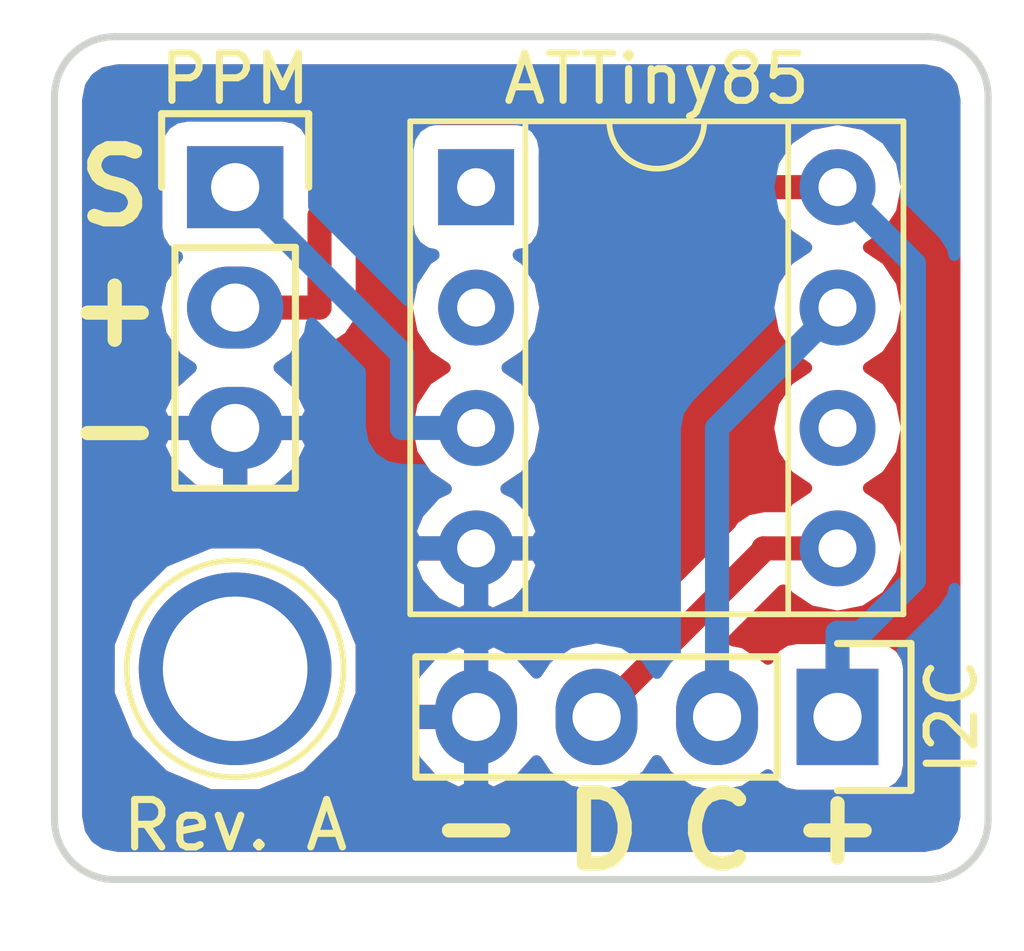
<source format=kicad_pcb>
(kicad_pcb (version 4) (host pcbnew 4.0.5)

  (general
    (links 7)
    (no_connects 0)
    (area 140.894999 98.984999 160.730001 116.915001)
    (thickness 1.6)
    (drawings 16)
    (tracks 24)
    (zones 0)
    (modules 4)
    (nets 9)
  )

  (page A4)
  (layers
    (0 F.Cu signal)
    (31 B.Cu signal)
    (33 F.Adhes user)
    (34 B.Paste user)
    (35 F.Paste user)
    (36 B.SilkS user)
    (37 F.SilkS user)
    (38 B.Mask user)
    (39 F.Mask user)
    (40 Dwgs.User user)
    (41 Cmts.User user)
    (42 Eco1.User user)
    (43 Eco2.User user)
    (44 Edge.Cuts user)
    (45 Margin user)
    (47 F.CrtYd user)
    (49 F.Fab user)
  )

  (setup
    (last_trace_width 0.508)
    (trace_clearance 0.1524)
    (zone_clearance 0.508)
    (zone_45_only no)
    (trace_min 0.1524)
    (segment_width 0.2)
    (edge_width 0.15)
    (via_size 0.6858)
    (via_drill 0.3302)
    (via_min_size 0.6858)
    (via_min_drill 0.3302)
    (uvia_size 0.762)
    (uvia_drill 0.508)
    (uvias_allowed no)
    (uvia_min_size 0)
    (uvia_min_drill 0)
    (pcb_text_width 0.3)
    (pcb_text_size 1.5 1.5)
    (mod_edge_width 0.15)
    (mod_text_size 1 1)
    (mod_text_width 0.15)
    (pad_size 4.064 4.064)
    (pad_drill 3.048)
    (pad_to_mask_clearance 0.2)
    (aux_axis_origin 0 0)
    (visible_elements FFFFFF7F)
    (pcbplotparams
      (layerselection 0x00030_80000001)
      (usegerberextensions false)
      (excludeedgelayer true)
      (linewidth 0.100000)
      (plotframeref false)
      (viasonmask false)
      (mode 1)
      (useauxorigin false)
      (hpglpennumber 1)
      (hpglpenspeed 20)
      (hpglpendiameter 15)
      (hpglpenoverlay 2)
      (psnegative false)
      (psa4output false)
      (plotreference true)
      (plotvalue true)
      (plotinvisibletext false)
      (padsonsilk false)
      (subtractmaskfromsilk false)
      (outputformat 1)
      (mirror false)
      (drillshape 1)
      (scaleselection 1)
      (outputdirectory ""))
  )

  (net 0 "")
  (net 1 "Net-(IC1-Pad1)")
  (net 2 SD)
  (net 3 "Net-(IC1-Pad2)")
  (net 4 "Net-(IC1-Pad6)")
  (net 5 "Net-(IC1-Pad3)")
  (net 6 SCL)
  (net 7 GND)
  (net 8 VCC)

  (net_class Default "This is the default net class."
    (clearance 0.1524)
    (trace_width 0.508)
    (via_dia 0.6858)
    (via_drill 0.3302)
    (uvia_dia 0.762)
    (uvia_drill 0.508)
    (add_net GND)
    (add_net "Net-(IC1-Pad1)")
    (add_net "Net-(IC1-Pad2)")
    (add_net "Net-(IC1-Pad3)")
    (add_net "Net-(IC1-Pad6)")
    (add_net SCL)
    (add_net SD)
    (add_net VCC)
  )

  (module Housings_DIP:DIP-8_W7.62mm_Socket (layer F.Cu) (tedit 5A06519A) (tstamp 5A05D71D)
    (at 149.86 102.235)
    (descr "8-lead dip package, row spacing 7.62 mm (300 mils), Socket")
    (tags "DIL DIP PDIP 2.54mm 7.62mm 300mil Socket")
    (path /59D3AE8A)
    (fp_text reference ATTiny85 (at 3.81 -2.286) (layer F.SilkS)
      (effects (font (size 1 1) (thickness 0.15)))
    )
    (fp_text value ATTINY85-P (at 3.81 10.01) (layer F.Fab)
      (effects (font (size 1 1) (thickness 0.15)))
    )
    (fp_arc (start 3.81 -1.39) (end 2.81 -1.39) (angle -180) (layer F.SilkS) (width 0.12))
    (fp_line (start 1.635 -1.27) (end 6.985 -1.27) (layer F.Fab) (width 0.1))
    (fp_line (start 6.985 -1.27) (end 6.985 8.89) (layer F.Fab) (width 0.1))
    (fp_line (start 6.985 8.89) (end 0.635 8.89) (layer F.Fab) (width 0.1))
    (fp_line (start 0.635 8.89) (end 0.635 -0.27) (layer F.Fab) (width 0.1))
    (fp_line (start 0.635 -0.27) (end 1.635 -1.27) (layer F.Fab) (width 0.1))
    (fp_line (start -1.27 -1.27) (end -1.27 8.89) (layer F.Fab) (width 0.1))
    (fp_line (start -1.27 8.89) (end 8.89 8.89) (layer F.Fab) (width 0.1))
    (fp_line (start 8.89 8.89) (end 8.89 -1.27) (layer F.Fab) (width 0.1))
    (fp_line (start 8.89 -1.27) (end -1.27 -1.27) (layer F.Fab) (width 0.1))
    (fp_line (start 2.81 -1.39) (end 1.04 -1.39) (layer F.SilkS) (width 0.12))
    (fp_line (start 1.04 -1.39) (end 1.04 9.01) (layer F.SilkS) (width 0.12))
    (fp_line (start 1.04 9.01) (end 6.58 9.01) (layer F.SilkS) (width 0.12))
    (fp_line (start 6.58 9.01) (end 6.58 -1.39) (layer F.SilkS) (width 0.12))
    (fp_line (start 6.58 -1.39) (end 4.81 -1.39) (layer F.SilkS) (width 0.12))
    (fp_line (start -1.39 -1.39) (end -1.39 9.01) (layer F.SilkS) (width 0.12))
    (fp_line (start -1.39 9.01) (end 9.01 9.01) (layer F.SilkS) (width 0.12))
    (fp_line (start 9.01 9.01) (end 9.01 -1.39) (layer F.SilkS) (width 0.12))
    (fp_line (start 9.01 -1.39) (end -1.39 -1.39) (layer F.SilkS) (width 0.12))
    (fp_line (start -1.7 -1.7) (end -1.7 9.3) (layer F.CrtYd) (width 0.05))
    (fp_line (start -1.7 9.3) (end 9.3 9.3) (layer F.CrtYd) (width 0.05))
    (fp_line (start 9.3 9.3) (end 9.3 -1.7) (layer F.CrtYd) (width 0.05))
    (fp_line (start 9.3 -1.7) (end -1.7 -1.7) (layer F.CrtYd) (width 0.05))
    (pad 1 thru_hole rect (at 0 0) (size 1.6 1.6) (drill 0.8) (layers *.Cu *.Mask)
      (net 1 "Net-(IC1-Pad1)"))
    (pad 5 thru_hole oval (at 7.62 7.62) (size 1.6 1.6) (drill 0.8) (layers *.Cu *.Mask)
      (net 2 SD))
    (pad 2 thru_hole oval (at 0 2.54) (size 1.6 1.6) (drill 0.8) (layers *.Cu *.Mask)
      (net 3 "Net-(IC1-Pad2)"))
    (pad 6 thru_hole oval (at 7.62 5.08) (size 1.6 1.6) (drill 0.8) (layers *.Cu *.Mask)
      (net 4 "Net-(IC1-Pad6)"))
    (pad 3 thru_hole oval (at 0 5.08) (size 1.6 1.6) (drill 0.8) (layers *.Cu *.Mask)
      (net 5 "Net-(IC1-Pad3)"))
    (pad 7 thru_hole oval (at 7.62 2.54) (size 1.6 1.6) (drill 0.8) (layers *.Cu *.Mask)
      (net 6 SCL))
    (pad 4 thru_hole oval (at 0 7.62) (size 1.6 1.6) (drill 0.8) (layers *.Cu *.Mask)
      (net 7 GND))
    (pad 8 thru_hole oval (at 7.62 0) (size 1.6 1.6) (drill 0.8) (layers *.Cu *.Mask)
      (net 8 VCC))
    (model Housings_DIP.3dshapes/DIP-8_W7.62mm_Socket.wrl
      (at (xyz 0 0 0))
      (scale (xyz 1 1 1))
      (rotate (xyz 0 0 0))
    )
  )

  (module Pin_Headers:Pin_Header_Straight_1x03 (layer F.Cu) (tedit 5A06517D) (tstamp 5A05D724)
    (at 144.78 102.235)
    (descr "Through hole pin header")
    (tags "pin header")
    (path /59D3AEC6)
    (fp_text reference PPM (at 0 -2.286) (layer F.SilkS)
      (effects (font (size 1 1) (thickness 0.15)))
    )
    (fp_text value CONN_01X03 (at 0 -3.1) (layer F.Fab)
      (effects (font (size 1 1) (thickness 0.15)))
    )
    (fp_line (start -1.75 -1.75) (end -1.75 6.85) (layer F.CrtYd) (width 0.05))
    (fp_line (start 1.75 -1.75) (end 1.75 6.85) (layer F.CrtYd) (width 0.05))
    (fp_line (start -1.75 -1.75) (end 1.75 -1.75) (layer F.CrtYd) (width 0.05))
    (fp_line (start -1.75 6.85) (end 1.75 6.85) (layer F.CrtYd) (width 0.05))
    (fp_line (start -1.27 1.27) (end -1.27 6.35) (layer F.SilkS) (width 0.15))
    (fp_line (start -1.27 6.35) (end 1.27 6.35) (layer F.SilkS) (width 0.15))
    (fp_line (start 1.27 6.35) (end 1.27 1.27) (layer F.SilkS) (width 0.15))
    (fp_line (start 1.55 -1.55) (end 1.55 0) (layer F.SilkS) (width 0.15))
    (fp_line (start 1.27 1.27) (end -1.27 1.27) (layer F.SilkS) (width 0.15))
    (fp_line (start -1.55 0) (end -1.55 -1.55) (layer F.SilkS) (width 0.15))
    (fp_line (start -1.55 -1.55) (end 1.55 -1.55) (layer F.SilkS) (width 0.15))
    (pad 1 thru_hole rect (at 0 0) (size 2.032 1.7272) (drill 1.016) (layers *.Cu *.Mask)
      (net 5 "Net-(IC1-Pad3)"))
    (pad 2 thru_hole oval (at 0 2.54) (size 2.032 1.7272) (drill 1.016) (layers *.Cu *.Mask)
      (net 8 VCC))
    (pad 3 thru_hole oval (at 0 5.08) (size 2.032 1.7272) (drill 1.016) (layers *.Cu *.Mask)
      (net 7 GND))
    (model Pin_Headers.3dshapes/Pin_Header_Straight_1x03.wrl
      (at (xyz 0 -0.1 0))
      (scale (xyz 1 1 1))
      (rotate (xyz 0 0 90))
    )
  )

  (module Pin_Headers:Pin_Header_Straight_1x04 (layer F.Cu) (tedit 5A0611B6) (tstamp 5A05D72C)
    (at 157.48 113.411 270)
    (descr "Through hole pin header")
    (tags "pin header")
    (path /59D3AF09)
    (fp_text reference I2C (at 0 -2.413 270) (layer F.SilkS)
      (effects (font (size 1 1) (thickness 0.15)))
    )
    (fp_text value CONN_01X04 (at 0 -3.1 270) (layer F.Fab)
      (effects (font (size 1 1) (thickness 0.15)))
    )
    (fp_line (start -1.75 -1.75) (end -1.75 9.4) (layer F.CrtYd) (width 0.05))
    (fp_line (start 1.75 -1.75) (end 1.75 9.4) (layer F.CrtYd) (width 0.05))
    (fp_line (start -1.75 -1.75) (end 1.75 -1.75) (layer F.CrtYd) (width 0.05))
    (fp_line (start -1.75 9.4) (end 1.75 9.4) (layer F.CrtYd) (width 0.05))
    (fp_line (start -1.27 1.27) (end -1.27 8.89) (layer F.SilkS) (width 0.15))
    (fp_line (start 1.27 1.27) (end 1.27 8.89) (layer F.SilkS) (width 0.15))
    (fp_line (start 1.55 -1.55) (end 1.55 0) (layer F.SilkS) (width 0.15))
    (fp_line (start -1.27 8.89) (end 1.27 8.89) (layer F.SilkS) (width 0.15))
    (fp_line (start 1.27 1.27) (end -1.27 1.27) (layer F.SilkS) (width 0.15))
    (fp_line (start -1.55 0) (end -1.55 -1.55) (layer F.SilkS) (width 0.15))
    (fp_line (start -1.55 -1.55) (end 1.55 -1.55) (layer F.SilkS) (width 0.15))
    (pad 1 thru_hole rect (at 0 0 270) (size 2.032 1.7272) (drill 1.016) (layers *.Cu *.Mask)
      (net 8 VCC))
    (pad 2 thru_hole oval (at 0 2.54 270) (size 2.032 1.7272) (drill 1.016) (layers *.Cu *.Mask)
      (net 6 SCL))
    (pad 3 thru_hole oval (at 0 5.08 270) (size 2.032 1.7272) (drill 1.016) (layers *.Cu *.Mask)
      (net 2 SD))
    (pad 4 thru_hole oval (at 0 7.62 270) (size 2.032 1.7272) (drill 1.016) (layers *.Cu *.Mask)
      (net 7 GND))
    (model Pin_Headers.3dshapes/Pin_Header_Straight_1x04.wrl
      (at (xyz 0 -0.15 0))
      (scale (xyz 1 1 1))
      (rotate (xyz 0 0 90))
    )
  )

  (module Connectors:1pin (layer F.Cu) (tedit 5A0F1AF7) (tstamp 5A05D8C9)
    (at 144.78 112.395)
    (descr "module 1 pin (ou trou mecanique de percage)")
    (tags DEV)
    (fp_text reference " " (at 0 -3.048) (layer F.SilkS)
      (effects (font (size 1 1) (thickness 0.15)))
    )
    (fp_text value 1pin (at 0 3) (layer F.Fab)
      (effects (font (size 1 1) (thickness 0.15)))
    )
    (fp_circle (center 0 0) (end 2 0.8) (layer F.Fab) (width 0.1))
    (fp_circle (center 0 0) (end 2.6 0) (layer F.CrtYd) (width 0.05))
    (fp_circle (center 0 0) (end 0 -2.286) (layer F.SilkS) (width 0.12))
    (pad "" np_thru_hole circle (at 0 0) (size 4.064 4.064) (drill 3.048) (layers *.Cu *.Mask))
  )

  (gr_text "Rev. A" (at 144.78 115.697) (layer F.SilkS)
    (effects (font (size 1 1) (thickness 0.15)))
  )
  (gr_text C (at 154.94 115.824) (layer F.SilkS)
    (effects (font (size 1.5 1.5) (thickness 0.3)))
  )
  (gr_text D (at 152.527 115.824) (layer F.SilkS)
    (effects (font (size 1.5 1.5) (thickness 0.3)))
  )
  (gr_text + (at 157.48 115.697) (layer F.SilkS)
    (effects (font (size 1.5 1.5) (thickness 0.3)))
  )
  (gr_text - (at 149.86 115.697) (layer F.SilkS)
    (effects (font (size 1.5 1.5) (thickness 0.3)))
  )
  (gr_text S (at 142.24 102.235) (layer F.SilkS)
    (effects (font (size 1.5 1.5) (thickness 0.3)))
  )
  (gr_text + (at 142.24 104.775) (layer F.SilkS)
    (effects (font (size 1.5 1.5) (thickness 0.3)))
  )
  (gr_text - (at 142.24 107.315) (layer F.SilkS)
    (effects (font (size 1.5 1.5) (thickness 0.3)))
  )
  (gr_line (start 159.385 116.84) (end 142.24 116.84) (angle 90) (layer Edge.Cuts) (width 0.15))
  (gr_line (start 160.655 115.57) (end 160.655 100.33) (angle 90) (layer Edge.Cuts) (width 0.15))
  (gr_line (start 159.385 99.06) (end 142.24 99.06) (angle 90) (layer Edge.Cuts) (width 0.15))
  (gr_line (start 140.97 115.57) (end 140.97 100.33) (angle 90) (layer Edge.Cuts) (width 0.15))
  (gr_arc (start 142.24 100.33) (end 140.97 100.33) (angle 90) (layer Edge.Cuts) (width 0.15))
  (gr_arc (start 159.385 100.33) (end 159.385 99.06) (angle 90) (layer Edge.Cuts) (width 0.15))
  (gr_arc (start 142.24 115.57) (end 142.24 116.84) (angle 90) (layer Edge.Cuts) (width 0.15))
  (gr_arc (start 159.385 115.57) (end 160.655 115.57) (angle 90) (layer Edge.Cuts) (width 0.15))

  (segment (start 155.9177 109.8933) (end 155.9177 109.855) (width 0.508) (layer F.Cu) (net 2))
  (segment (start 152.4 113.411) (end 155.9177 109.8933) (width 0.508) (layer F.Cu) (net 2))
  (segment (start 157.48 109.855) (end 155.9177 109.855) (width 0.508) (layer F.Cu) (net 2))
  (segment (start 148.2977 105.7527) (end 148.2977 107.315) (width 0.508) (layer B.Cu) (net 5))
  (segment (start 144.78 102.235) (end 148.2977 105.7527) (width 0.508) (layer B.Cu) (net 5))
  (segment (start 149.86 107.315) (end 148.2977 107.315) (width 0.508) (layer B.Cu) (net 5))
  (segment (start 154.94 107.315) (end 157.48 104.775) (width 0.508) (layer B.Cu) (net 6))
  (segment (start 154.94 113.411) (end 154.94 107.315) (width 0.508) (layer B.Cu) (net 6))
  (segment (start 149.86 113.411) (end 149.86 109.855) (width 0.508) (layer B.Cu) (net 7))
  (segment (start 147.3836 108.9409) (end 148.2977 109.855) (width 0.508) (layer F.Cu) (net 7))
  (segment (start 144.78 108.9409) (end 147.3836 108.9409) (width 0.508) (layer F.Cu) (net 7))
  (segment (start 144.78 107.315) (end 144.78 108.9409) (width 0.508) (layer F.Cu) (net 7))
  (segment (start 149.86 109.855) (end 148.2977 109.855) (width 0.508) (layer F.Cu) (net 7))
  (segment (start 159.0921 103.8471) (end 157.48 102.235) (width 0.508) (layer B.Cu) (net 8))
  (segment (start 159.0921 110.5245) (end 159.0921 103.8471) (width 0.508) (layer B.Cu) (net 8))
  (segment (start 157.9839 111.6327) (end 159.0921 110.5245) (width 0.508) (layer B.Cu) (net 8))
  (segment (start 157.48 111.6327) (end 157.9839 111.6327) (width 0.508) (layer B.Cu) (net 8))
  (segment (start 157.48 113.411) (end 157.48 111.6327) (width 0.508) (layer B.Cu) (net 8))
  (segment (start 154.3553 100.6726) (end 155.9177 102.235) (width 0.508) (layer F.Cu) (net 8))
  (segment (start 148.7218 100.6726) (end 154.3553 100.6726) (width 0.508) (layer F.Cu) (net 8))
  (segment (start 146.5583 102.8361) (end 148.7218 100.6726) (width 0.508) (layer F.Cu) (net 8))
  (segment (start 146.5583 104.775) (end 146.5583 102.8361) (width 0.508) (layer F.Cu) (net 8))
  (segment (start 144.78 104.775) (end 146.5583 104.775) (width 0.508) (layer F.Cu) (net 8))
  (segment (start 157.48 102.235) (end 155.9177 102.235) (width 0.508) (layer F.Cu) (net 8))

  (zone (net 7) (net_name GND) (layer F.Cu) (tstamp 5A0F1A78) (hatch edge 0.508)
    (connect_pads (clearance 0.508))
    (min_thickness 0.254)
    (fill yes (arc_segments 16) (thermal_gap 0.508) (thermal_bridge_width 0.508))
    (polygon
      (pts
        (xy 160.782 116.967) (xy 140.843 116.967) (xy 140.843 99.06) (xy 160.782 99.06)
      )
    )
    (filled_polygon
      (pts
        (xy 159.593979 99.825478) (xy 159.771145 99.943856) (xy 159.889521 100.121019) (xy 159.945 100.399931) (xy 159.945 115.500069)
        (xy 159.889521 115.778981) (xy 159.771145 115.956144) (xy 159.593979 116.074522) (xy 159.31507 116.13) (xy 142.309931 116.13)
        (xy 142.031019 116.074521) (xy 141.853856 115.956145) (xy 141.735478 115.778979) (xy 141.68 115.50007) (xy 141.68 112.923172)
        (xy 142.112538 112.923172) (xy 142.517709 113.903761) (xy 143.267293 114.654655) (xy 144.247173 115.061536) (xy 145.308172 115.062462)
        (xy 146.288761 114.657291) (xy 147.039655 113.907707) (xy 147.095626 113.772913) (xy 148.374816 113.772913) (xy 148.568046 114.32532)
        (xy 148.957964 114.761732) (xy 149.485209 115.015709) (xy 149.500974 115.018358) (xy 149.733 114.897217) (xy 149.733 113.538)
        (xy 148.519076 113.538) (xy 148.374816 113.772913) (xy 147.095626 113.772913) (xy 147.396184 113.049087) (xy 148.374816 113.049087)
        (xy 148.519076 113.284) (xy 149.733 113.284) (xy 149.733 111.924783) (xy 149.500974 111.803642) (xy 149.485209 111.806291)
        (xy 148.957964 112.060268) (xy 148.568046 112.49668) (xy 148.374816 113.049087) (xy 147.396184 113.049087) (xy 147.446536 112.927827)
        (xy 147.447462 111.866828) (xy 147.042291 110.886239) (xy 146.361282 110.204039) (xy 148.468096 110.204039) (xy 148.628959 110.592423)
        (xy 149.004866 111.007389) (xy 149.510959 111.246914) (xy 149.733 111.125629) (xy 149.733 109.982) (xy 149.987 109.982)
        (xy 149.987 111.125629) (xy 150.209041 111.246914) (xy 150.715134 111.007389) (xy 151.091041 110.592423) (xy 151.251904 110.204039)
        (xy 151.129915 109.982) (xy 149.987 109.982) (xy 149.733 109.982) (xy 148.590085 109.982) (xy 148.468096 110.204039)
        (xy 146.361282 110.204039) (xy 146.292707 110.135345) (xy 145.312827 109.728464) (xy 144.251828 109.727538) (xy 143.271239 110.132709)
        (xy 142.520345 110.882293) (xy 142.113464 111.862173) (xy 142.112538 112.923172) (xy 141.68 112.923172) (xy 141.68 107.674026)
        (xy 143.172642 107.674026) (xy 143.175291 107.689791) (xy 143.429268 108.217036) (xy 143.86568 108.606954) (xy 144.418087 108.800184)
        (xy 144.653 108.655924) (xy 144.653 107.442) (xy 144.907 107.442) (xy 144.907 108.655924) (xy 145.141913 108.800184)
        (xy 145.69432 108.606954) (xy 146.130732 108.217036) (xy 146.384709 107.689791) (xy 146.387358 107.674026) (xy 146.266217 107.442)
        (xy 144.907 107.442) (xy 144.653 107.442) (xy 143.293783 107.442) (xy 143.172642 107.674026) (xy 141.68 107.674026)
        (xy 141.68 104.775) (xy 143.096655 104.775) (xy 143.210729 105.348489) (xy 143.535585 105.83467) (xy 143.845069 106.041461)
        (xy 143.429268 106.412964) (xy 143.175291 106.940209) (xy 143.172642 106.955974) (xy 143.293783 107.188) (xy 144.653 107.188)
        (xy 144.653 107.168) (xy 144.907 107.168) (xy 144.907 107.188) (xy 146.266217 107.188) (xy 146.387358 106.955974)
        (xy 146.384709 106.940209) (xy 146.130732 106.412964) (xy 145.714931 106.041461) (xy 146.024415 105.83467) (xy 146.138453 105.664)
        (xy 146.5583 105.664) (xy 146.898506 105.596329) (xy 147.186918 105.403618) (xy 147.379629 105.115206) (xy 147.4473 104.775)
        (xy 147.4473 103.204336) (xy 148.41256 102.239076) (xy 148.41256 103.035) (xy 148.456838 103.270317) (xy 148.59591 103.486441)
        (xy 148.80811 103.631431) (xy 148.963089 103.662815) (xy 148.817189 103.760302) (xy 148.50612 104.225849) (xy 148.396887 104.775)
        (xy 148.50612 105.324151) (xy 148.817189 105.789698) (xy 149.199275 106.045) (xy 148.817189 106.300302) (xy 148.50612 106.765849)
        (xy 148.396887 107.315) (xy 148.50612 107.864151) (xy 148.817189 108.329698) (xy 149.221703 108.599986) (xy 149.004866 108.702611)
        (xy 148.628959 109.117577) (xy 148.468096 109.505961) (xy 148.590085 109.728) (xy 149.733 109.728) (xy 149.733 109.708)
        (xy 149.987 109.708) (xy 149.987 109.728) (xy 151.129915 109.728) (xy 151.251904 109.505961) (xy 151.091041 109.117577)
        (xy 150.715134 108.702611) (xy 150.498297 108.599986) (xy 150.902811 108.329698) (xy 151.21388 107.864151) (xy 151.323113 107.315)
        (xy 151.21388 106.765849) (xy 150.902811 106.300302) (xy 150.520725 106.045) (xy 150.902811 105.789698) (xy 151.21388 105.324151)
        (xy 151.323113 104.775) (xy 151.21388 104.225849) (xy 150.902811 103.760302) (xy 150.758535 103.663899) (xy 150.895317 103.638162)
        (xy 151.111441 103.49909) (xy 151.256431 103.28689) (xy 151.30744 103.035) (xy 151.30744 101.5616) (xy 153.987064 101.5616)
        (xy 155.289082 102.863618) (xy 155.577494 103.056329) (xy 155.9177 103.124) (xy 156.3532 103.124) (xy 156.437189 103.249698)
        (xy 156.819275 103.505) (xy 156.437189 103.760302) (xy 156.12612 104.225849) (xy 156.016887 104.775) (xy 156.12612 105.324151)
        (xy 156.437189 105.789698) (xy 156.819275 106.045) (xy 156.437189 106.300302) (xy 156.12612 106.765849) (xy 156.016887 107.315)
        (xy 156.12612 107.864151) (xy 156.437189 108.329698) (xy 156.819275 108.585) (xy 156.437189 108.840302) (xy 156.3532 108.966)
        (xy 155.9177 108.966) (xy 155.577494 109.033671) (xy 155.289082 109.226382) (xy 155.211958 109.341806) (xy 152.755413 111.798351)
        (xy 152.4 111.727655) (xy 151.826511 111.841729) (xy 151.34033 112.166585) (xy 151.133539 112.476069) (xy 150.762036 112.060268)
        (xy 150.234791 111.806291) (xy 150.219026 111.803642) (xy 149.987 111.924783) (xy 149.987 113.284) (xy 150.007 113.284)
        (xy 150.007 113.538) (xy 149.987 113.538) (xy 149.987 114.897217) (xy 150.219026 115.018358) (xy 150.234791 115.015709)
        (xy 150.762036 114.761732) (xy 151.133539 114.345931) (xy 151.34033 114.655415) (xy 151.826511 114.980271) (xy 152.4 115.094345)
        (xy 152.973489 114.980271) (xy 153.45967 114.655415) (xy 153.67 114.340634) (xy 153.88033 114.655415) (xy 154.366511 114.980271)
        (xy 154.94 115.094345) (xy 155.513489 114.980271) (xy 155.99967 114.655415) (xy 156.009243 114.641087) (xy 156.013238 114.662317)
        (xy 156.15231 114.878441) (xy 156.36451 115.023431) (xy 156.6164 115.07444) (xy 158.3436 115.07444) (xy 158.578917 115.030162)
        (xy 158.795041 114.89109) (xy 158.940031 114.67889) (xy 158.99104 114.427) (xy 158.99104 112.395) (xy 158.946762 112.159683)
        (xy 158.80769 111.943559) (xy 158.59549 111.798569) (xy 158.3436 111.74756) (xy 156.6164 111.74756) (xy 156.381083 111.791838)
        (xy 156.164959 111.93091) (xy 156.019969 112.14311) (xy 156.0116 112.184439) (xy 155.99967 112.166585) (xy 155.513489 111.841729)
        (xy 155.27412 111.794116) (xy 156.324236 110.744) (xy 156.3532 110.744) (xy 156.437189 110.869698) (xy 156.902736 111.180767)
        (xy 157.451887 111.29) (xy 157.508113 111.29) (xy 158.057264 111.180767) (xy 158.522811 110.869698) (xy 158.83388 110.404151)
        (xy 158.943113 109.855) (xy 158.83388 109.305849) (xy 158.522811 108.840302) (xy 158.140725 108.585) (xy 158.522811 108.329698)
        (xy 158.83388 107.864151) (xy 158.943113 107.315) (xy 158.83388 106.765849) (xy 158.522811 106.300302) (xy 158.140725 106.045)
        (xy 158.522811 105.789698) (xy 158.83388 105.324151) (xy 158.943113 104.775) (xy 158.83388 104.225849) (xy 158.522811 103.760302)
        (xy 158.140725 103.505) (xy 158.522811 103.249698) (xy 158.83388 102.784151) (xy 158.943113 102.235) (xy 158.83388 101.685849)
        (xy 158.522811 101.220302) (xy 158.057264 100.909233) (xy 157.508113 100.8) (xy 157.451887 100.8) (xy 156.902736 100.909233)
        (xy 156.437189 101.220302) (xy 156.3532 101.346) (xy 156.285936 101.346) (xy 154.983918 100.043982) (xy 154.695506 99.851271)
        (xy 154.3553 99.7836) (xy 148.7218 99.7836) (xy 148.381594 99.851271) (xy 148.093182 100.043982) (xy 146.44344 101.693724)
        (xy 146.44344 101.3714) (xy 146.399162 101.136083) (xy 146.26009 100.919959) (xy 146.04789 100.774969) (xy 145.796 100.72396)
        (xy 143.764 100.72396) (xy 143.528683 100.768238) (xy 143.312559 100.90731) (xy 143.167569 101.11951) (xy 143.11656 101.3714)
        (xy 143.11656 103.0986) (xy 143.160838 103.333917) (xy 143.29991 103.550041) (xy 143.51211 103.695031) (xy 143.553439 103.7034)
        (xy 143.535585 103.71533) (xy 143.210729 104.201511) (xy 143.096655 104.775) (xy 141.68 104.775) (xy 141.68 100.39993)
        (xy 141.735478 100.121021) (xy 141.853856 99.943855) (xy 142.031019 99.825479) (xy 142.309931 99.77) (xy 159.31507 99.77)
      )
    )
  )
  (zone (net 7) (net_name GND) (layer B.Cu) (tstamp 5A0F1A78) (hatch edge 0.508)
    (connect_pads (clearance 0.508))
    (min_thickness 0.254)
    (fill yes (arc_segments 16) (thermal_gap 0.508) (thermal_bridge_width 0.508))
    (polygon
      (pts
        (xy 160.782 116.967) (xy 140.843 116.967) (xy 140.843 99.06) (xy 160.782 99.06)
      )
    )
    (filled_polygon
      (pts
        (xy 159.593979 99.825478) (xy 159.771145 99.943856) (xy 159.889521 100.121019) (xy 159.945 100.399931) (xy 159.945 103.665613)
        (xy 159.913429 103.506894) (xy 159.720718 103.218482) (xy 158.908956 102.40672) (xy 158.943113 102.235) (xy 158.83388 101.685849)
        (xy 158.522811 101.220302) (xy 158.057264 100.909233) (xy 157.508113 100.8) (xy 157.451887 100.8) (xy 156.902736 100.909233)
        (xy 156.437189 101.220302) (xy 156.12612 101.685849) (xy 156.016887 102.235) (xy 156.12612 102.784151) (xy 156.437189 103.249698)
        (xy 156.819275 103.505) (xy 156.437189 103.760302) (xy 156.12612 104.225849) (xy 156.016887 104.775) (xy 156.051044 104.94672)
        (xy 154.311382 106.686382) (xy 154.118671 106.974794) (xy 154.051 107.315) (xy 154.051 112.052547) (xy 153.88033 112.166585)
        (xy 153.67 112.481366) (xy 153.45967 112.166585) (xy 152.973489 111.841729) (xy 152.4 111.727655) (xy 151.826511 111.841729)
        (xy 151.34033 112.166585) (xy 151.133539 112.476069) (xy 150.762036 112.060268) (xy 150.234791 111.806291) (xy 150.219026 111.803642)
        (xy 149.987 111.924783) (xy 149.987 113.284) (xy 150.007 113.284) (xy 150.007 113.538) (xy 149.987 113.538)
        (xy 149.987 114.897217) (xy 150.219026 115.018358) (xy 150.234791 115.015709) (xy 150.762036 114.761732) (xy 151.133539 114.345931)
        (xy 151.34033 114.655415) (xy 151.826511 114.980271) (xy 152.4 115.094345) (xy 152.973489 114.980271) (xy 153.45967 114.655415)
        (xy 153.67 114.340634) (xy 153.88033 114.655415) (xy 154.366511 114.980271) (xy 154.94 115.094345) (xy 155.513489 114.980271)
        (xy 155.99967 114.655415) (xy 156.009243 114.641087) (xy 156.013238 114.662317) (xy 156.15231 114.878441) (xy 156.36451 115.023431)
        (xy 156.6164 115.07444) (xy 158.3436 115.07444) (xy 158.578917 115.030162) (xy 158.795041 114.89109) (xy 158.940031 114.67889)
        (xy 158.99104 114.427) (xy 158.99104 112.395) (xy 158.946762 112.159683) (xy 158.855687 112.018149) (xy 159.720718 111.153118)
        (xy 159.913429 110.864706) (xy 159.945 110.705987) (xy 159.945 115.500069) (xy 159.889521 115.778981) (xy 159.771145 115.956144)
        (xy 159.593979 116.074522) (xy 159.31507 116.13) (xy 142.309931 116.13) (xy 142.031019 116.074521) (xy 141.853856 115.956145)
        (xy 141.735478 115.778979) (xy 141.68 115.50007) (xy 141.68 112.923172) (xy 142.112538 112.923172) (xy 142.517709 113.903761)
        (xy 143.267293 114.654655) (xy 144.247173 115.061536) (xy 145.308172 115.062462) (xy 146.288761 114.657291) (xy 147.039655 113.907707)
        (xy 147.095626 113.772913) (xy 148.374816 113.772913) (xy 148.568046 114.32532) (xy 148.957964 114.761732) (xy 149.485209 115.015709)
        (xy 149.500974 115.018358) (xy 149.733 114.897217) (xy 149.733 113.538) (xy 148.519076 113.538) (xy 148.374816 113.772913)
        (xy 147.095626 113.772913) (xy 147.396184 113.049087) (xy 148.374816 113.049087) (xy 148.519076 113.284) (xy 149.733 113.284)
        (xy 149.733 111.924783) (xy 149.500974 111.803642) (xy 149.485209 111.806291) (xy 148.957964 112.060268) (xy 148.568046 112.49668)
        (xy 148.374816 113.049087) (xy 147.396184 113.049087) (xy 147.446536 112.927827) (xy 147.447462 111.866828) (xy 147.042291 110.886239)
        (xy 146.361282 110.204039) (xy 148.468096 110.204039) (xy 148.628959 110.592423) (xy 149.004866 111.007389) (xy 149.510959 111.246914)
        (xy 149.733 111.125629) (xy 149.733 109.982) (xy 149.987 109.982) (xy 149.987 111.125629) (xy 150.209041 111.246914)
        (xy 150.715134 111.007389) (xy 151.091041 110.592423) (xy 151.251904 110.204039) (xy 151.129915 109.982) (xy 149.987 109.982)
        (xy 149.733 109.982) (xy 148.590085 109.982) (xy 148.468096 110.204039) (xy 146.361282 110.204039) (xy 146.292707 110.135345)
        (xy 145.312827 109.728464) (xy 144.251828 109.727538) (xy 143.271239 110.132709) (xy 142.520345 110.882293) (xy 142.113464 111.862173)
        (xy 142.112538 112.923172) (xy 141.68 112.923172) (xy 141.68 107.674026) (xy 143.172642 107.674026) (xy 143.175291 107.689791)
        (xy 143.429268 108.217036) (xy 143.86568 108.606954) (xy 144.418087 108.800184) (xy 144.653 108.655924) (xy 144.653 107.442)
        (xy 144.907 107.442) (xy 144.907 108.655924) (xy 145.141913 108.800184) (xy 145.69432 108.606954) (xy 146.130732 108.217036)
        (xy 146.384709 107.689791) (xy 146.387358 107.674026) (xy 146.266217 107.442) (xy 144.907 107.442) (xy 144.653 107.442)
        (xy 143.293783 107.442) (xy 143.172642 107.674026) (xy 141.68 107.674026) (xy 141.68 104.775) (xy 143.096655 104.775)
        (xy 143.210729 105.348489) (xy 143.535585 105.83467) (xy 143.845069 106.041461) (xy 143.429268 106.412964) (xy 143.175291 106.940209)
        (xy 143.172642 106.955974) (xy 143.293783 107.188) (xy 144.653 107.188) (xy 144.653 107.168) (xy 144.907 107.168)
        (xy 144.907 107.188) (xy 146.266217 107.188) (xy 146.387358 106.955974) (xy 146.384709 106.940209) (xy 146.130732 106.412964)
        (xy 145.714931 106.041461) (xy 146.024415 105.83467) (xy 146.349271 105.348489) (xy 146.396884 105.10912) (xy 147.4087 106.120936)
        (xy 147.4087 107.315) (xy 147.476371 107.655206) (xy 147.669082 107.943618) (xy 147.957494 108.136329) (xy 148.2977 108.204)
        (xy 148.7332 108.204) (xy 148.817189 108.329698) (xy 149.221703 108.599986) (xy 149.004866 108.702611) (xy 148.628959 109.117577)
        (xy 148.468096 109.505961) (xy 148.590085 109.728) (xy 149.733 109.728) (xy 149.733 109.708) (xy 149.987 109.708)
        (xy 149.987 109.728) (xy 151.129915 109.728) (xy 151.251904 109.505961) (xy 151.091041 109.117577) (xy 150.715134 108.702611)
        (xy 150.498297 108.599986) (xy 150.902811 108.329698) (xy 151.21388 107.864151) (xy 151.323113 107.315) (xy 151.21388 106.765849)
        (xy 150.902811 106.300302) (xy 150.520725 106.045) (xy 150.902811 105.789698) (xy 151.21388 105.324151) (xy 151.323113 104.775)
        (xy 151.21388 104.225849) (xy 150.902811 103.760302) (xy 150.758535 103.663899) (xy 150.895317 103.638162) (xy 151.111441 103.49909)
        (xy 151.256431 103.28689) (xy 151.30744 103.035) (xy 151.30744 101.435) (xy 151.263162 101.199683) (xy 151.12409 100.983559)
        (xy 150.91189 100.838569) (xy 150.66 100.78756) (xy 149.06 100.78756) (xy 148.824683 100.831838) (xy 148.608559 100.97091)
        (xy 148.463569 101.18311) (xy 148.41256 101.435) (xy 148.41256 103.035) (xy 148.456838 103.270317) (xy 148.59591 103.486441)
        (xy 148.80811 103.631431) (xy 148.963089 103.662815) (xy 148.817189 103.760302) (xy 148.50612 104.225849) (xy 148.426809 104.624573)
        (xy 146.44344 102.641204) (xy 146.44344 101.3714) (xy 146.399162 101.136083) (xy 146.26009 100.919959) (xy 146.04789 100.774969)
        (xy 145.796 100.72396) (xy 143.764 100.72396) (xy 143.528683 100.768238) (xy 143.312559 100.90731) (xy 143.167569 101.11951)
        (xy 143.11656 101.3714) (xy 143.11656 103.0986) (xy 143.160838 103.333917) (xy 143.29991 103.550041) (xy 143.51211 103.695031)
        (xy 143.553439 103.7034) (xy 143.535585 103.71533) (xy 143.210729 104.201511) (xy 143.096655 104.775) (xy 141.68 104.775)
        (xy 141.68 100.39993) (xy 141.735478 100.121021) (xy 141.853856 99.943855) (xy 142.031019 99.825479) (xy 142.309931 99.77)
        (xy 159.31507 99.77)
      )
    )
  )
)

</source>
